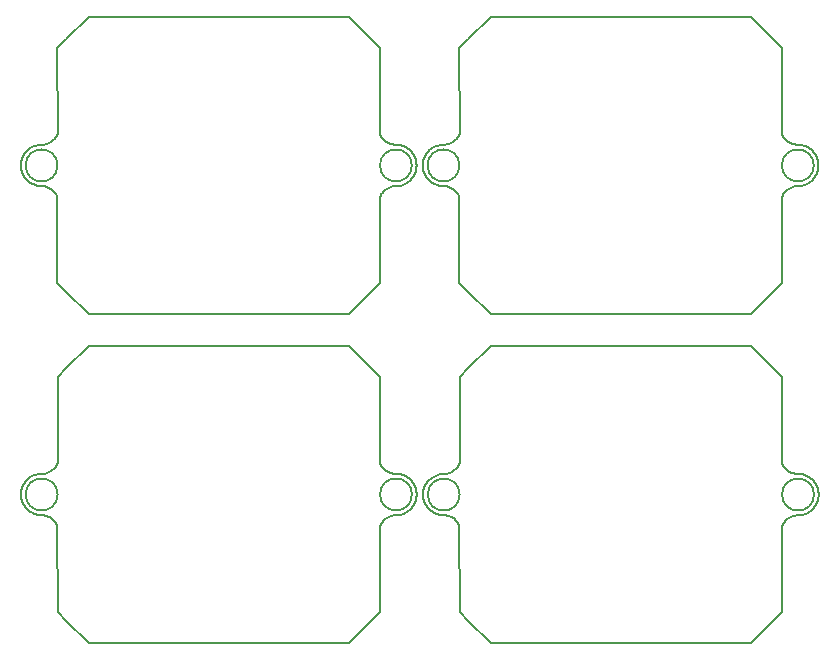
<source format=gbr>
%TF.GenerationSoftware,KiCad,Pcbnew,7.0.7*%
%TF.CreationDate,2023-10-06T19:00:49-06:00*%
%TF.ProjectId,Modular_Interfaces_No_GigE,4d6f6475-6c61-4725-9f49-6e7465726661,rev?*%
%TF.SameCoordinates,Original*%
%TF.FileFunction,Profile,NP*%
%FSLAX46Y46*%
G04 Gerber Fmt 4.6, Leading zero omitted, Abs format (unit mm)*
G04 Created by KiCad (PCBNEW 7.0.7) date 2023-10-06 19:00:49*
%MOMM*%
%LPD*%
G01*
G04 APERTURE LIST*
%TA.AperFunction,Profile*%
%ADD10C,0.150000*%
%TD*%
%TA.AperFunction,Profile*%
%ADD11C,0.200000*%
%TD*%
G04 APERTURE END LIST*
D10*
X125850266Y-103626188D02*
X125811271Y-103718256D01*
X129553553Y-105547348D02*
X129595379Y-105638159D01*
X159977097Y-103347755D02*
X159954380Y-103445127D01*
X157526612Y-101049281D02*
X157614551Y-101096851D01*
X128414333Y-73371132D02*
X128314700Y-73379455D01*
X159760042Y-103903970D02*
X159705913Y-103988037D01*
X157194819Y-72934575D02*
X157266535Y-73004237D01*
X159104355Y-73607571D02*
X159189967Y-73659222D01*
X125877446Y-75673241D02*
X125843773Y-75767387D01*
D11*
X95570000Y-102990000D02*
G75*
G03*
X95570000Y-102990000I-1350000J0D01*
G01*
D10*
X159892466Y-103635188D02*
X159853471Y-103727256D01*
X95547017Y-100380967D02*
X95502974Y-100470724D01*
X159908129Y-74591261D02*
X159936249Y-74687211D01*
X129545174Y-100479724D02*
X129495070Y-100566244D01*
X159497338Y-76352022D02*
X159425568Y-76421638D01*
X159791621Y-74315207D02*
X159835697Y-74404954D01*
X123083644Y-77427356D02*
X123024054Y-77507637D01*
X125952016Y-103240245D02*
X125934897Y-103338755D01*
X127675970Y-104647889D02*
X127771098Y-104678678D01*
X92621317Y-74404954D02*
X92582438Y-74497072D01*
X93917154Y-76855924D02*
X94016140Y-76870034D01*
X95584789Y-100288396D02*
X95547017Y-100380967D01*
X159987177Y-74982484D02*
X159992824Y-75082311D01*
X128979095Y-73181480D02*
X128891156Y-73229050D01*
X129420448Y-72781316D02*
X129358957Y-72860150D01*
X94384333Y-73371132D02*
X94284700Y-73379455D01*
X95140012Y-105072517D02*
X95214822Y-105138846D01*
X126858636Y-76201075D02*
X126921999Y-76278421D01*
X98213507Y-62531199D02*
X118413507Y-62531199D01*
X127947154Y-76855924D02*
X128046140Y-76870034D01*
X157128057Y-72860150D02*
X157194819Y-72934575D01*
X159368633Y-104354842D02*
X159289392Y-104415819D01*
X93105361Y-73776756D02*
X93029816Y-73842255D01*
X159015933Y-73560893D02*
X159104355Y-73607571D01*
D11*
X129593507Y-75131199D02*
G75*
G03*
X129593507Y-75131199I-1350000J0D01*
G01*
D10*
X93443067Y-76702480D02*
X93534063Y-76743916D01*
X95546686Y-77770358D02*
X95563507Y-85081199D01*
X124985933Y-73560893D02*
X125074355Y-73607571D01*
X126528171Y-74784612D02*
X126511176Y-74883143D01*
X159992761Y-75182298D02*
X159986988Y-75282117D01*
X94683021Y-101164333D02*
X94587204Y-101192884D01*
X123090137Y-105286157D02*
X123030547Y-105366438D01*
X126877329Y-104068876D02*
X126940692Y-104146222D01*
X123732126Y-104825963D02*
X123639299Y-104863098D01*
X157197316Y-105219172D02*
X157132337Y-105295157D01*
X126494253Y-75182298D02*
X126500026Y-75282117D01*
X122886821Y-105629159D02*
X122870000Y-112940000D01*
X126551327Y-75577326D02*
X126579568Y-75673241D01*
X128143561Y-73384055D02*
X128043942Y-73392615D01*
D11*
X125570000Y-102990000D02*
G75*
G03*
X125570000Y-102990000I-1350000J0D01*
G01*
D10*
X92487669Y-102741944D02*
X92476330Y-102841285D01*
X125963670Y-102841285D02*
X125969317Y-102941112D01*
X92505103Y-103338755D02*
X92527820Y-103436127D01*
X94955588Y-101040281D02*
X94867649Y-101087851D01*
X95054316Y-77152701D02*
X95133519Y-77213716D01*
X129182212Y-105081517D02*
X129257022Y-105147846D01*
X94509163Y-76912491D02*
X94606215Y-76936511D01*
X125080848Y-101466372D02*
X125166460Y-101518023D01*
X159648422Y-101930876D02*
X159707162Y-102011789D01*
X157442149Y-100995783D02*
X157526612Y-101049281D01*
X159272489Y-73715679D02*
X159351653Y-73776756D01*
X157681499Y-104872098D02*
X157591451Y-104915543D01*
X127315740Y-101527023D02*
X127233218Y-101583480D01*
X125760589Y-75949147D02*
X125711349Y-76036169D01*
X159647071Y-104068876D02*
X159583708Y-104146222D01*
X94016140Y-76870034D02*
X94115770Y-76878468D01*
X128062635Y-101260416D02*
X127963667Y-101274651D01*
X98220000Y-90390000D02*
X118420000Y-90390000D01*
X158848430Y-104647889D02*
X158753302Y-104678678D01*
X157018832Y-105459636D02*
X156970847Y-105547348D01*
X160005870Y-102850285D02*
X160011517Y-102950112D01*
X129570524Y-72522166D02*
X129526481Y-72611923D01*
X123225178Y-105138846D02*
X123155116Y-105210172D01*
X127233218Y-101583480D02*
X127154054Y-101644557D01*
X157572758Y-77047742D02*
X157485918Y-77097288D01*
X122892983Y-100380967D02*
X122937026Y-100470724D01*
X125402061Y-104280439D02*
X125326433Y-104345842D01*
X124512040Y-73406850D02*
X124610033Y-73426714D01*
X126511491Y-75381444D02*
X126528610Y-75479954D01*
X122922154Y-77679547D02*
X122880328Y-77770358D01*
X123656857Y-73270465D02*
X123750486Y-73305532D01*
X126598261Y-103541042D02*
X126631934Y-103635188D01*
X92470026Y-75282117D02*
X92481491Y-75381444D01*
X157146750Y-100727951D02*
X157213512Y-100802376D01*
X129626989Y-100297396D02*
X129612200Y-93049000D01*
X157705550Y-101138266D02*
X157799179Y-101173333D01*
X159121122Y-104523715D02*
X159032640Y-104570281D01*
X127673886Y-101350853D02*
X127580718Y-101387143D01*
X158343453Y-73384055D02*
X158443072Y-73392615D01*
X125883939Y-103532042D02*
X125850266Y-103626188D01*
D11*
X159612200Y-102999000D02*
G75*
G03*
X159612200Y-102999000I-1350000J0D01*
G01*
D10*
X128909849Y-101096851D02*
X128818850Y-101138266D01*
X129327084Y-105219172D02*
X129392063Y-105295157D01*
X95402960Y-77507637D02*
X95456875Y-77591835D01*
X95563507Y-85081199D02*
X96313507Y-85831199D01*
X94800701Y-104863098D02*
X94890749Y-104906543D01*
X125403691Y-101701056D02*
X125475373Y-101770763D01*
X159425568Y-76421638D02*
X159349940Y-76487041D01*
X126939243Y-101853449D02*
X126875978Y-101930876D01*
X129292195Y-72934575D02*
X129220479Y-73004237D01*
X159874576Y-74497072D02*
X159908129Y-74591261D01*
X92827285Y-74063075D02*
X92768545Y-74143988D01*
X123484412Y-101040281D02*
X123572351Y-101087851D01*
X123148623Y-77351371D02*
X123083644Y-77427356D01*
X156897411Y-100297396D02*
X156935183Y-100389967D01*
X94707874Y-104825963D02*
X94800701Y-104863098D01*
X123098057Y-72860150D02*
X123164819Y-72934575D01*
X95335450Y-100718951D02*
X95268688Y-100793376D01*
X93816981Y-73426714D02*
X93720282Y-73452143D01*
X94794208Y-77004297D02*
X94884256Y-77047742D01*
X125767082Y-103807948D02*
X125717842Y-103894970D01*
X125844576Y-74497072D02*
X125878129Y-74591261D01*
X123663350Y-101129266D02*
X123756979Y-101164333D01*
X92833778Y-101921876D02*
X92775038Y-102002789D01*
X125957177Y-74982484D02*
X125962824Y-75082311D01*
X125473831Y-104210823D02*
X125402061Y-104280439D01*
X125805697Y-74404954D02*
X125844576Y-74497072D01*
X125906249Y-74687211D02*
X125928843Y-74784612D01*
X127473067Y-76702480D02*
X127564063Y-76743916D01*
X94213507Y-73381199D02*
X94113561Y-73384055D01*
X123218685Y-77280045D02*
X123148623Y-77351371D01*
X124319946Y-101242856D02*
X124419565Y-101251416D01*
X125078922Y-104514715D02*
X124990440Y-104561281D01*
X124213507Y-73381199D02*
X124313453Y-73384055D01*
X159761185Y-102095924D02*
X159810314Y-102183008D01*
X92583241Y-75767387D02*
X92622236Y-75859455D01*
X128459379Y-104763017D02*
X128557856Y-104780292D01*
X93728898Y-104669678D02*
X93825628Y-104694985D01*
X154243507Y-87731199D02*
X132243507Y-87731199D01*
X124713225Y-101310944D02*
X124808314Y-101341853D01*
X94211337Y-76881198D02*
X94311253Y-76884769D01*
X94020435Y-101251416D02*
X93921467Y-101265651D01*
X128241337Y-76881198D02*
X128341253Y-76884769D01*
X93722405Y-76810877D02*
X93819135Y-76836184D01*
X127235008Y-104415819D02*
X127317601Y-104472172D01*
X94949095Y-73181480D02*
X94861156Y-73229050D01*
X93825628Y-104694985D02*
X93923647Y-104714725D01*
X125934897Y-103338755D02*
X125912180Y-103436127D01*
X126550765Y-74687211D02*
X126528171Y-74784612D01*
X159809282Y-103816948D02*
X159760042Y-103903970D01*
X123319361Y-100927609D02*
X123399949Y-100986783D01*
X124417367Y-104728835D02*
X124317737Y-104737269D01*
X129019789Y-104965089D02*
X129103009Y-105020502D01*
X122848718Y-72429595D02*
X122863507Y-65181199D01*
X158560733Y-101274651D02*
X158658726Y-101294515D01*
X129144146Y-73068808D02*
X129063558Y-73127982D01*
X94515656Y-104771292D02*
X94612708Y-104795312D01*
X157072747Y-105375438D02*
X157018832Y-105459636D01*
X127849135Y-76836184D02*
X127947154Y-76855924D01*
X126518530Y-102850285D02*
X126512883Y-102950112D01*
X130343507Y-85831199D02*
X132243507Y-87731199D01*
X122870000Y-93040000D02*
X122120000Y-92290000D01*
X129608296Y-72429595D02*
X129593507Y-65181199D01*
X157342188Y-105081517D02*
X157267378Y-105147846D01*
X124042681Y-73371132D02*
X124142314Y-73379455D01*
X125884622Y-102450062D02*
X125912742Y-102546012D01*
X158362146Y-101251856D02*
X158461765Y-101260416D01*
X95504860Y-77679547D02*
X95546686Y-77770358D01*
X159351653Y-73776756D02*
X159427198Y-73842255D01*
X126817238Y-102011789D02*
X126763215Y-102095924D01*
X92964627Y-101770763D02*
X92897043Y-101844449D01*
X128539163Y-76912491D02*
X128636215Y-76936511D01*
X123846303Y-73334083D02*
X123943855Y-73355984D01*
X124516353Y-104714725D02*
X124417367Y-104728835D01*
X157054054Y-77507637D02*
X157000139Y-77591835D01*
X126613241Y-75767387D02*
X126652236Y-75859455D01*
X126529869Y-102750944D02*
X126518530Y-102850285D01*
X123572351Y-101087851D02*
X123663350Y-101129266D01*
X158145761Y-76884769D02*
X158046328Y-76895216D01*
X158753302Y-104678678D02*
X158656572Y-104703985D01*
X125074355Y-73607571D02*
X125159967Y-73659222D01*
X127078509Y-101710056D02*
X127006827Y-101779763D01*
X123852796Y-101192884D02*
X123950348Y-101214785D01*
X156162200Y-113699000D02*
X154262200Y-115599000D01*
X95033558Y-73127982D02*
X94949095Y-73181480D01*
X92527820Y-103436127D02*
X92556061Y-103532042D01*
X92520765Y-74687211D02*
X92498171Y-74784612D01*
X92722158Y-103894970D02*
X92776287Y-103979037D01*
X125928843Y-74784612D02*
X125945838Y-74883143D01*
X94861156Y-73229050D02*
X94770157Y-73270465D01*
X125962824Y-75082311D02*
X125962761Y-75182298D01*
X124215677Y-76881198D02*
X124215677Y-76881198D01*
X129576686Y-77770358D02*
X129593507Y-85081199D01*
X123164819Y-72934575D02*
X123236535Y-73004237D01*
X95563507Y-65181199D02*
X96313507Y-64431199D01*
X94770157Y-73270465D02*
X94676528Y-73305532D01*
X130362200Y-92299000D02*
X132262200Y-90399000D01*
X93359152Y-101466372D02*
X93273540Y-101518023D01*
X127491760Y-104570281D02*
X127582756Y-104611717D01*
X126569458Y-102555012D02*
X126546864Y-102652413D01*
X95578296Y-72429595D02*
X95540524Y-72522166D01*
X126512946Y-103050099D02*
X126518719Y-103149918D01*
X159445891Y-101710056D02*
X159517573Y-101779763D01*
X126547303Y-103347755D02*
X126570020Y-103445127D01*
X93921467Y-101265651D02*
X93823474Y-101285515D01*
X92828636Y-76201075D02*
X92891999Y-76278421D01*
X125768114Y-102174008D02*
X125812190Y-102263755D01*
X94284700Y-73379455D02*
X94213507Y-73381199D01*
X94390826Y-101229933D02*
X94291193Y-101238256D01*
X127061446Y-76421638D02*
X127137074Y-76487041D01*
X154262200Y-115599000D02*
X132262200Y-115599000D01*
X92498610Y-75479954D02*
X92521327Y-75577326D01*
X120220000Y-90390000D02*
X118420000Y-90390000D01*
X126511176Y-74883143D02*
X126499837Y-74982484D01*
X93107074Y-76487041D02*
X93186315Y-76548018D01*
X128260030Y-104748999D02*
X128359946Y-104752570D01*
X124220000Y-101240000D02*
X124319946Y-101242856D01*
X126512883Y-102950112D02*
X126512946Y-103050099D01*
X92769794Y-76120236D02*
X92828636Y-76201075D01*
X123549251Y-104906543D02*
X123462411Y-104956089D01*
X122863507Y-65181199D02*
X122113507Y-64431199D01*
X127137074Y-76487041D02*
X127216315Y-76548018D01*
X92628729Y-103718256D02*
X92672918Y-103807948D01*
X124801821Y-73483052D02*
X124894989Y-73519342D01*
X159954380Y-103445127D02*
X159926139Y-103541042D01*
X158245677Y-76881198D02*
X158145761Y-76884769D01*
X157850799Y-76936511D02*
X157755633Y-76967162D01*
X92665393Y-74315207D02*
X92621317Y-74404954D01*
D11*
X95563507Y-75131199D02*
G75*
G03*
X95563507Y-75131199I-1350000J0D01*
G01*
D10*
X128046140Y-76870034D02*
X128145770Y-76878468D01*
X94971096Y-77097288D02*
X95054316Y-77152701D01*
X95208329Y-77280045D02*
X95278391Y-77351371D01*
X126857285Y-74063075D02*
X126798545Y-74143988D01*
X92890550Y-73985648D02*
X92827285Y-74063075D01*
X159349940Y-76487041D02*
X159270699Y-76548018D01*
X126670929Y-103727256D02*
X126715118Y-103816948D01*
X125248982Y-101574480D02*
X125328146Y-101635557D01*
X156979226Y-100479724D02*
X157029330Y-100566244D01*
X157799179Y-101173333D02*
X157894996Y-101201884D01*
X159189967Y-73659222D02*
X159272489Y-73715679D01*
X122970139Y-77591835D02*
X122922154Y-77679547D01*
X126799794Y-76120236D02*
X126858636Y-76201075D01*
X128043942Y-73392615D02*
X127944974Y-73406850D01*
X126499837Y-74982484D02*
X126494190Y-75082311D01*
X95190479Y-73004237D02*
X95114146Y-73068808D01*
X125657220Y-76120236D02*
X125598378Y-76201075D01*
X127655193Y-73483052D02*
X127562025Y-73519342D01*
X129495070Y-100566244D02*
X129439141Y-100649117D01*
X128636215Y-76936511D02*
X128731381Y-76967162D01*
X122120000Y-113690000D02*
X120220000Y-115590000D01*
X128824208Y-77004297D02*
X128914256Y-77047742D01*
X159853471Y-103727256D02*
X159809282Y-103816948D01*
X123632806Y-77004297D02*
X123542758Y-77047742D01*
X158924989Y-73519342D02*
X159015933Y-73560893D01*
X125541508Y-104137222D02*
X125473831Y-104210823D01*
X95396941Y-100640117D02*
X95335450Y-100718951D01*
X124222170Y-104739999D02*
X124122254Y-104743570D01*
X95262195Y-72934575D02*
X95190479Y-73004237D01*
X93036309Y-101701056D02*
X92964627Y-101770763D01*
X120213507Y-87731199D02*
X98213507Y-87731199D01*
X157894996Y-101201884D02*
X157992548Y-101223785D01*
X156143507Y-85831199D02*
X154243507Y-87731199D01*
X157662806Y-77004297D02*
X157572758Y-77047742D01*
X127401352Y-101475372D02*
X127315740Y-101527023D01*
X158091374Y-101238933D02*
X158191007Y-101247256D01*
X92476330Y-102841285D02*
X92470683Y-102941112D01*
X125718985Y-102086924D02*
X125768114Y-102174008D01*
X94884256Y-77047742D02*
X94971096Y-77097288D01*
X125658469Y-74143988D02*
X125712492Y-74228123D01*
X125598378Y-76201075D02*
X125535015Y-76278421D01*
X92588931Y-102355873D02*
X92555378Y-102450062D01*
X158359937Y-104746269D02*
X158264370Y-104748999D01*
X157780486Y-73305532D02*
X157876303Y-73334083D01*
X123725633Y-76967162D02*
X123632806Y-77004297D01*
X128891156Y-73229050D02*
X128800157Y-73270465D01*
X94113561Y-73384055D02*
X94013942Y-73392615D01*
X129103009Y-105020502D02*
X129182212Y-105081517D01*
X95570000Y-112940000D02*
X96320000Y-113690000D01*
X127944974Y-73406850D02*
X127846981Y-73426714D01*
X157774326Y-104834963D02*
X157681499Y-104872098D01*
X92666425Y-75949147D02*
X92715665Y-76036169D01*
X129589217Y-100389967D02*
X129545174Y-100479724D01*
X122987130Y-100557244D02*
X123043059Y-100640117D01*
X129476377Y-72698443D02*
X129420448Y-72781316D01*
X94013942Y-73392615D02*
X93914974Y-73406850D01*
X122976632Y-105450636D02*
X122928647Y-105538348D01*
X129082251Y-100995783D02*
X128997788Y-101049281D01*
X122863507Y-85081199D02*
X122113507Y-85831199D01*
X159289392Y-104415819D02*
X159206799Y-104472172D01*
X123030547Y-105366438D02*
X122976632Y-105450636D01*
X157267378Y-105147846D02*
X157197316Y-105219172D01*
X124049174Y-101229933D02*
X124148807Y-101238256D01*
X128750074Y-104834963D02*
X128842901Y-104872098D01*
X127298908Y-76604371D02*
X127384585Y-76655914D01*
X129257022Y-105147846D02*
X129327084Y-105219172D01*
X94612708Y-104795312D02*
X94707874Y-104825963D01*
X126530184Y-103249245D02*
X126547303Y-103347755D01*
X159835697Y-74404954D02*
X159874576Y-74497072D01*
X125395568Y-76421638D02*
X125319940Y-76487041D01*
X158191007Y-101247256D02*
X158262200Y-101249000D01*
X92521327Y-75577326D02*
X92549568Y-75673241D01*
X159688469Y-74143988D02*
X159742492Y-74228123D01*
X127489774Y-101428694D02*
X127401352Y-101475372D01*
X92464190Y-75082311D02*
X92464253Y-75182298D01*
X92672918Y-103807948D02*
X92722158Y-103894970D01*
X124616526Y-101285515D02*
X124713225Y-101310944D01*
X127846981Y-73426714D02*
X127750282Y-73452143D01*
X123379191Y-105011502D02*
X123299988Y-105072517D01*
X123820799Y-76936511D02*
X123725633Y-76967162D01*
X126570020Y-103445127D02*
X126598261Y-103541042D01*
X95114146Y-73068808D02*
X95033558Y-73127982D01*
X159926139Y-103541042D02*
X159892466Y-103635188D01*
X125242489Y-73715679D02*
X125321653Y-73776756D01*
X94867649Y-101087851D02*
X94776650Y-101129266D01*
X125599729Y-74063075D02*
X125658469Y-74143988D01*
X123542758Y-77047742D02*
X123455918Y-77097288D01*
X122848718Y-72429595D02*
X122886490Y-72522166D01*
X158459567Y-104737835D02*
X158359937Y-104746269D01*
X157132337Y-105295157D02*
X157072747Y-105375438D01*
X129392063Y-105295157D02*
X129451653Y-105375438D01*
X125536464Y-73985648D02*
X125599729Y-74063075D01*
X125717842Y-103894970D02*
X125663713Y-103979037D01*
X95446377Y-72698443D02*
X95390448Y-72781316D01*
X92469837Y-74982484D02*
X92464190Y-75082311D01*
X125475373Y-101770763D02*
X125542957Y-101844449D01*
X124115761Y-76884769D02*
X124016328Y-76895216D01*
X127155767Y-104354842D02*
X127235008Y-104415819D01*
X129239172Y-100872038D02*
X129162839Y-100936609D01*
X159994531Y-102750944D02*
X160005870Y-102850285D01*
X154243507Y-62531199D02*
X152443507Y-62531199D01*
X156878718Y-72429595D02*
X156893507Y-65181199D01*
X94311253Y-76884769D02*
X94410686Y-76895216D01*
X123036566Y-72781316D02*
X123098057Y-72860150D01*
X159270699Y-76548018D02*
X159188106Y-76604371D01*
X159206799Y-104472172D02*
X159121122Y-104523715D01*
X93532025Y-73519342D02*
X93441081Y-73560893D01*
X158922951Y-76743916D02*
X158829737Y-76780088D01*
X125712492Y-74228123D02*
X125761621Y-74315207D01*
X158637879Y-76836184D02*
X158539860Y-76855924D01*
X159907446Y-75673241D02*
X159873773Y-75767387D01*
X126518719Y-103149918D02*
X126530184Y-103249245D01*
X95214822Y-105138846D02*
X95284884Y-105210172D01*
X159370346Y-101644557D02*
X159445891Y-101710056D01*
X95284884Y-105210172D02*
X95349863Y-105286157D01*
X94483159Y-73355984D02*
X94384333Y-73371132D01*
X157213512Y-100802376D02*
X157285228Y-100872038D01*
X124808314Y-101341853D02*
X124901482Y-101378143D01*
X157402698Y-77152701D02*
X157323495Y-77213716D01*
X126744522Y-74228123D02*
X126695393Y-74315207D01*
X123043059Y-100640117D02*
X123104550Y-100718951D01*
X129593507Y-85081199D02*
X130343507Y-85831199D01*
X92627810Y-102263755D02*
X92588931Y-102355873D01*
X124799737Y-76780088D02*
X124704609Y-76810877D01*
X122930533Y-72611923D02*
X122980637Y-72698443D01*
X127752405Y-76810877D02*
X127849135Y-76836184D01*
X157085259Y-100649117D02*
X157146750Y-100727951D01*
X156916490Y-72522166D02*
X156960533Y-72611923D01*
X158443072Y-73392615D02*
X158542040Y-73406850D01*
X92549568Y-75673241D02*
X92583241Y-75767387D01*
X95349863Y-105286157D02*
X95409453Y-105366438D01*
X125843773Y-75767387D02*
X125804778Y-75859455D01*
X128513159Y-73355984D02*
X128414333Y-73371132D01*
X125912180Y-103436127D02*
X125883939Y-103532042D01*
X157266535Y-73004237D02*
X157342868Y-73068808D01*
X128243507Y-73381199D02*
X128143561Y-73384055D01*
X123477919Y-73181480D02*
X123565858Y-73229050D01*
X125956988Y-75282117D02*
X125945523Y-75381444D01*
X124317737Y-104737269D02*
X124222170Y-104739999D01*
X126652236Y-75859455D02*
X126696425Y-75949147D01*
X126494190Y-75082311D02*
X126494253Y-75182298D01*
X124142314Y-73379455D02*
X124213507Y-73381199D01*
X129308391Y-77351371D02*
X129373370Y-77427356D01*
X129612200Y-112949000D02*
X130362200Y-113699000D01*
X124419565Y-101251416D02*
X124518533Y-101265651D01*
X124413072Y-73392615D02*
X124512040Y-73406850D01*
X120220000Y-115590000D02*
X98220000Y-115590000D01*
X125804778Y-75859455D02*
X125760589Y-75949147D01*
X129626989Y-100297396D02*
X129589217Y-100389967D01*
X94220000Y-101240000D02*
X94120054Y-101242856D01*
X160005681Y-103149918D02*
X159994216Y-103249245D01*
X126546864Y-102652413D02*
X126529869Y-102750944D01*
X92555378Y-102450062D02*
X92527258Y-102546012D01*
X124122254Y-104743570D02*
X124022821Y-104754017D01*
D11*
X129612200Y-102999000D02*
G75*
G03*
X129612200Y-102999000I-1350000J0D01*
G01*
D10*
X128932949Y-104915543D02*
X129019789Y-104965089D01*
X125945523Y-75381444D02*
X125928404Y-75479954D01*
X159977536Y-102652413D02*
X159994531Y-102750944D01*
X93184525Y-73715679D02*
X93105361Y-73776756D01*
X125158106Y-76604371D02*
X125072429Y-76655914D01*
X124899444Y-104602717D02*
X124806230Y-104638889D01*
X93625193Y-73483052D02*
X93532025Y-73519342D01*
X123243028Y-100863038D02*
X123319361Y-100927609D01*
X156960533Y-72611923D02*
X157010637Y-72698443D01*
X158558553Y-104723725D02*
X158459567Y-104737835D01*
X125397198Y-73842255D02*
X125468880Y-73911962D01*
X125326433Y-104345842D02*
X125247192Y-104406819D01*
X126696425Y-75949147D02*
X126745665Y-76036169D01*
X157178623Y-77351371D02*
X157113644Y-77427356D01*
X157010637Y-72698443D02*
X157066566Y-72781316D01*
X159123048Y-101475372D02*
X159208660Y-101527023D01*
X157323495Y-77213716D02*
X157248685Y-77280045D01*
X158755425Y-101319944D02*
X158850514Y-101350853D01*
X123312868Y-73068808D02*
X123393456Y-73127982D01*
X159742492Y-74228123D02*
X159791621Y-74315207D01*
X160011517Y-102950112D02*
X160011454Y-103050099D01*
X126695393Y-74315207D02*
X126651317Y-74404954D01*
X93631686Y-101341853D02*
X93538518Y-101378143D01*
X123756979Y-101164333D02*
X123852796Y-101192884D01*
X157421391Y-105020502D02*
X157342188Y-105081517D01*
X92498171Y-74784612D02*
X92481176Y-74883143D01*
X126670010Y-102272755D02*
X126631131Y-102364873D01*
X95456875Y-77591835D02*
X95504860Y-77679547D01*
X122855211Y-100288396D02*
X122870000Y-93040000D01*
X159516031Y-104219823D02*
X159444261Y-104289439D01*
X120213507Y-62531199D02*
X118413507Y-62531199D01*
X123393456Y-73127982D02*
X123477919Y-73181480D01*
X158734609Y-76810877D02*
X158637879Y-76836184D01*
X93273540Y-101518023D02*
X93191018Y-101574480D01*
X128145770Y-76878468D02*
X128241337Y-76881198D01*
X157361561Y-100936609D02*
X157442149Y-100995783D01*
X93352659Y-73607571D02*
X93267047Y-73659222D01*
X125761621Y-74315207D02*
X125805697Y-74404954D01*
X159741349Y-76036169D02*
X159687220Y-76120236D01*
X154262200Y-90399000D02*
X152462200Y-90399000D01*
X159854390Y-102272755D02*
X159893269Y-102364873D01*
X93354585Y-76655914D02*
X93443067Y-76702480D01*
X158341244Y-76878468D02*
X158245677Y-76881198D01*
X128341253Y-76884769D02*
X128440686Y-76895216D01*
X93275401Y-104463172D02*
X93361078Y-104514715D01*
X127865674Y-101294515D02*
X127768975Y-101319944D01*
X124313453Y-73384055D02*
X124413072Y-73392615D01*
X158941644Y-104611717D02*
X158848430Y-104647889D01*
X159291182Y-101583480D02*
X159370346Y-101644557D01*
X94580711Y-73334083D02*
X94483159Y-73355984D01*
X92897043Y-101844449D02*
X92833778Y-101921876D01*
X124711102Y-104669678D02*
X124614372Y-104694985D01*
X156897411Y-100297396D02*
X156912200Y-93049000D01*
X94776650Y-101129266D02*
X94683021Y-101164333D01*
X95463368Y-105450636D02*
X95511353Y-105538348D01*
X94606215Y-76936511D02*
X94701381Y-76967162D01*
X126500026Y-75282117D02*
X126511491Y-75381444D01*
X123750486Y-73305532D02*
X123846303Y-73334083D01*
X128610711Y-73334083D02*
X128513159Y-73355984D01*
X157248685Y-77280045D02*
X157178623Y-77351371D01*
X93819135Y-76836184D02*
X93917154Y-76855924D01*
X125878129Y-74591261D02*
X125906249Y-74687211D01*
X94122263Y-104737269D02*
X94217830Y-104739999D01*
X159102429Y-76655914D02*
X159013947Y-76702480D01*
X125963481Y-103140918D02*
X125952016Y-103240245D01*
X122928647Y-105538348D02*
X122886821Y-105629159D01*
X95133519Y-77213716D02*
X95208329Y-77280045D01*
X128842901Y-104872098D02*
X128932949Y-104915543D01*
X127580718Y-101387143D02*
X127489774Y-101428694D01*
X123171312Y-100793376D02*
X123243028Y-100863038D01*
X132262200Y-90399000D02*
X152462200Y-90399000D01*
X127963667Y-101274651D02*
X127865674Y-101294515D01*
X93538518Y-101378143D02*
X93447574Y-101419694D01*
X156912200Y-112949000D02*
X156162200Y-113699000D01*
X93447574Y-101419694D02*
X93359152Y-101466372D01*
X122120000Y-92290000D02*
X120220000Y-90390000D01*
X159444261Y-104289439D02*
X159368633Y-104354842D01*
X156952154Y-77679547D02*
X156910328Y-77770358D01*
X126715118Y-103816948D02*
X126764358Y-103903970D01*
X125247192Y-104406819D02*
X125164599Y-104463172D01*
X158640033Y-73426714D02*
X158736732Y-73452143D01*
X128531852Y-101223785D02*
X128433026Y-101238933D01*
X128314700Y-73379455D02*
X128243507Y-73381199D01*
X157966544Y-104780292D02*
X157869492Y-104804312D01*
X95390448Y-72781316D02*
X95328957Y-72860150D01*
X92470683Y-102941112D02*
X92470746Y-103041099D01*
X127006827Y-101779763D02*
X126939243Y-101853449D01*
X92464253Y-75182298D02*
X92470026Y-75282117D01*
X94317746Y-104743570D02*
X94417179Y-104754017D01*
X156970847Y-105547348D02*
X156929021Y-105638159D01*
X158829737Y-76780088D02*
X158734609Y-76810877D01*
X124992426Y-101419694D02*
X125080848Y-101466372D01*
X95578296Y-72429595D02*
X95563507Y-65181199D01*
X127216315Y-76548018D02*
X127298908Y-76604371D01*
X127154054Y-101644557D02*
X127078509Y-101710056D01*
X96320000Y-92290000D02*
X98220000Y-90390000D01*
X124610033Y-73426714D02*
X124706732Y-73452143D01*
X156893507Y-85081199D02*
X156143507Y-85831199D01*
X128654908Y-104804312D02*
X128750074Y-104834963D01*
X159498880Y-73911962D02*
X159566464Y-73985648D01*
X124607879Y-76836184D02*
X124509860Y-76855924D01*
X129505568Y-105459636D02*
X129553553Y-105547348D01*
X94890749Y-104906543D02*
X94977589Y-104956089D01*
X127297047Y-73659222D02*
X127214525Y-73715679D01*
X123917851Y-76912491D02*
X123820799Y-76936511D01*
X156143507Y-64431199D02*
X154243507Y-62531199D01*
X128433026Y-101238933D02*
X128333393Y-101247256D01*
X127317601Y-104472172D02*
X127403278Y-104523715D01*
X127867828Y-104703985D02*
X127965847Y-104723725D01*
X157992548Y-101223785D02*
X158091374Y-101238933D01*
X127403278Y-104523715D02*
X127491760Y-104570281D01*
X123293495Y-77213716D02*
X123218685Y-77280045D01*
X92768545Y-74143988D02*
X92714522Y-74228123D01*
X122870000Y-112940000D02*
X122120000Y-113690000D01*
X158658726Y-101294515D02*
X158755425Y-101319944D01*
X128164463Y-104746269D02*
X128260030Y-104748999D01*
X94701381Y-76967162D02*
X94794208Y-77004297D01*
X123104550Y-100718951D02*
X123171312Y-100793376D01*
X158539860Y-76855924D02*
X158440874Y-76870034D01*
X93111854Y-101635557D02*
X93036309Y-101701056D01*
X94410686Y-76895216D02*
X94509163Y-76912491D01*
X156929021Y-105638159D02*
X156912200Y-112949000D01*
X95328957Y-72860150D02*
X95262195Y-72934575D01*
X157423456Y-73127982D02*
X157507919Y-73181480D01*
X125535015Y-76278421D02*
X125467338Y-76352022D01*
X158736732Y-73452143D02*
X158831821Y-73483052D01*
X128064833Y-104737835D02*
X128164463Y-104746269D01*
X94291193Y-101238256D02*
X94220000Y-101240000D01*
X92958134Y-73911962D02*
X92890550Y-73985648D01*
X157113644Y-77427356D02*
X157054054Y-77507637D01*
X125159967Y-73659222D02*
X125242489Y-73715679D01*
X158264370Y-104748999D02*
X158264370Y-104748999D01*
X130362200Y-113699000D02*
X132262200Y-115599000D01*
X156893507Y-65181199D02*
X156143507Y-64431199D01*
X159893269Y-102364873D02*
X159926822Y-102459062D01*
X125604871Y-104059876D02*
X125541508Y-104137222D01*
X129373370Y-77427356D02*
X129432960Y-77507637D01*
X127384585Y-76655914D02*
X127473067Y-76702480D01*
X125166460Y-101518023D02*
X125248982Y-101574480D01*
X92898492Y-104137222D02*
X92966169Y-104210823D01*
X126988134Y-73911962D02*
X126920550Y-73985648D01*
X93186315Y-76548018D02*
X93268908Y-76604371D01*
X126989676Y-76352022D02*
X127061446Y-76421638D01*
X93113567Y-104345842D02*
X93192808Y-104406819D01*
X123943855Y-73355984D02*
X124042681Y-73371132D01*
X125812190Y-102263755D02*
X125851069Y-102355873D01*
X122855211Y-100288396D02*
X122892983Y-100380967D01*
X157947851Y-76912491D02*
X157850799Y-76936511D01*
X128818850Y-101138266D02*
X128725221Y-101173333D01*
X92891999Y-76278421D02*
X92959676Y-76352022D01*
X127657277Y-76780088D02*
X127752405Y-76810877D01*
X128725221Y-101173333D02*
X128629404Y-101201884D01*
D11*
X159593507Y-75131199D02*
G75*
G03*
X159593507Y-75131199I-1350000J0D01*
G01*
D10*
X125606222Y-101921876D02*
X125664962Y-102002789D01*
X159034626Y-101428694D02*
X159123048Y-101475372D01*
X129439141Y-100649117D02*
X129377650Y-100727951D01*
X122937026Y-100470724D02*
X122987130Y-100557244D01*
X157485918Y-77097288D02*
X157402698Y-77152701D01*
X158172314Y-73379455D02*
X158243507Y-73381199D01*
X157869492Y-104804312D02*
X157774326Y-104834963D01*
X125072429Y-76655914D02*
X124983947Y-76702480D01*
X129595379Y-105638159D02*
X129612200Y-112949000D01*
X127771098Y-104678678D02*
X127867828Y-104703985D01*
X123827292Y-104795312D02*
X123732126Y-104825963D01*
X92504664Y-102643413D02*
X92487669Y-102741944D01*
X122980637Y-72698443D02*
X123036566Y-72781316D01*
X125468880Y-73911962D02*
X125536464Y-73985648D01*
X92589734Y-103626188D02*
X92628729Y-103718256D01*
X93037939Y-104280439D02*
X93113567Y-104345842D01*
X129451653Y-105375438D02*
X129505568Y-105459636D01*
X92835129Y-104059876D02*
X92898492Y-104137222D01*
X128557856Y-104780292D02*
X128654908Y-104804312D01*
X159585157Y-101853449D02*
X159648422Y-101930876D01*
X128440686Y-76895216D02*
X128539163Y-76912491D01*
X126764358Y-103903970D02*
X126818487Y-103988037D01*
X159687220Y-76120236D02*
X159628378Y-76201075D01*
X159629729Y-74063075D02*
X159688469Y-74143988D01*
X129084316Y-77152701D02*
X129163519Y-77213716D01*
X159975838Y-74883143D02*
X159987177Y-74982484D01*
X125542957Y-101844449D02*
X125606222Y-101921876D01*
X158245677Y-76881198D02*
X158245677Y-76881198D01*
X159958843Y-74784612D02*
X159975838Y-74883143D01*
X92487984Y-103240245D02*
X92505103Y-103338755D01*
X159873773Y-75767387D02*
X159834778Y-75859455D01*
X92481491Y-75381444D02*
X92498610Y-75479954D01*
X158262200Y-101249000D02*
X158362146Y-101251856D01*
X124704609Y-76810877D02*
X124607879Y-76836184D01*
X127471081Y-73560893D02*
X127382659Y-73607571D01*
X93191018Y-101574480D02*
X93111854Y-101635557D01*
X157504611Y-104965089D02*
X157421391Y-105020502D01*
X93267047Y-73659222D02*
X93184525Y-73715679D01*
X159188106Y-76604371D02*
X159102429Y-76655914D01*
X159935687Y-75577326D02*
X159907446Y-75673241D01*
X124222170Y-104739999D02*
X124222170Y-104739999D01*
X95496481Y-72611923D02*
X95446377Y-72698443D01*
X157755633Y-76967162D02*
X157662806Y-77004297D01*
X128162254Y-101251856D02*
X128062635Y-101260416D01*
X129593507Y-65181199D02*
X130343507Y-64431199D01*
X92476519Y-103140918D02*
X92487984Y-103240245D01*
X129238329Y-77280045D02*
X129308391Y-77351371D01*
X158440874Y-76870034D02*
X158341244Y-76878468D01*
X159834778Y-75859455D02*
X159790589Y-75949147D01*
X157595858Y-73229050D02*
X157686857Y-73270465D01*
X126597578Y-102459062D02*
X126569458Y-102555012D01*
X158850514Y-101350853D02*
X158943682Y-101387143D01*
X93449560Y-104561281D02*
X93540556Y-104602717D01*
X94217830Y-104739999D02*
X94317746Y-104743570D01*
X159926822Y-102459062D02*
X159954942Y-102555012D01*
X159992824Y-75082311D02*
X159992761Y-75182298D01*
X128914256Y-77047742D02*
X129001096Y-77097288D01*
X159954942Y-102555012D02*
X159977536Y-102652413D01*
X93534063Y-76743916D02*
X93627277Y-76780088D01*
X156162200Y-92299000D02*
X154262200Y-90399000D01*
X122113507Y-85831199D02*
X120213507Y-87731199D01*
X158046328Y-76895216D02*
X157947851Y-76912491D01*
X157029330Y-100566244D02*
X157085259Y-100649117D01*
X158461765Y-101260416D02*
X158560733Y-101274651D01*
X93031446Y-76421638D02*
X93107074Y-76487041D01*
X126920550Y-73985648D02*
X126857285Y-74063075D01*
X123950348Y-101214785D02*
X124049174Y-101229933D01*
X95540524Y-72522166D02*
X95496481Y-72611923D01*
X159975523Y-75381444D02*
X159958404Y-75479954D01*
X123399949Y-100986783D02*
X123484412Y-101040281D01*
X123372698Y-77152701D02*
X123293495Y-77213716D01*
X92548885Y-74591261D02*
X92520765Y-74687211D01*
X124148807Y-101238256D02*
X124220000Y-101240000D01*
X129377650Y-100727951D02*
X129310888Y-100802376D01*
X156878718Y-72429595D02*
X156916490Y-72522166D01*
X93192808Y-104406819D02*
X93275401Y-104463172D01*
X125467338Y-76352022D02*
X125395568Y-76421638D01*
X125851069Y-102355873D02*
X125884622Y-102450062D01*
X122113507Y-64431199D02*
X120213507Y-62531199D01*
X158164454Y-104752570D02*
X158065021Y-104763017D01*
X92714522Y-74228123D02*
X92665393Y-74315207D01*
X92481176Y-74883143D02*
X92469837Y-74982484D01*
X126921999Y-76278421D02*
X126989676Y-76352022D01*
X159013947Y-76702480D02*
X158922951Y-76743916D01*
X94022633Y-104728835D02*
X94122263Y-104737269D01*
X95409453Y-105366438D02*
X95463368Y-105450636D01*
X125664962Y-102002789D02*
X125718985Y-102086924D01*
X93540556Y-104602717D02*
X93633770Y-104638889D01*
X159986988Y-75282117D02*
X159975523Y-75381444D01*
X95120639Y-100927609D02*
X95040051Y-100986783D01*
X125240699Y-76548018D02*
X125158106Y-76604371D01*
X124894989Y-73519342D02*
X124985933Y-73560893D01*
X129220479Y-73004237D02*
X129144146Y-73068808D01*
X92470746Y-103041099D02*
X92476519Y-103140918D01*
D11*
X125563507Y-75131199D02*
G75*
G03*
X125563507Y-75131199I-1350000J0D01*
G01*
D10*
X125969254Y-103041099D02*
X125963481Y-103140918D01*
X129526481Y-72611923D02*
X129476377Y-72698443D01*
X127564063Y-76743916D02*
X127657277Y-76780088D01*
X95060809Y-105011502D02*
X95140012Y-105072517D01*
X127750282Y-73452143D02*
X127655193Y-73483052D01*
X129063558Y-73127982D02*
X128979095Y-73181480D01*
X128731381Y-76967162D02*
X128824208Y-77004297D01*
X158243507Y-73381199D02*
X158343453Y-73384055D01*
X123455918Y-77097288D02*
X123372698Y-77152701D01*
X94676528Y-73305532D02*
X94580711Y-73334083D01*
X95452870Y-100557244D02*
X95396941Y-100640117D01*
X122886490Y-72522166D02*
X122930533Y-72611923D01*
X95553179Y-105629159D02*
X95570000Y-112940000D01*
X157285228Y-100872038D02*
X157361561Y-100936609D01*
X129432960Y-77507637D02*
X129486875Y-77591835D01*
X159936249Y-74687211D02*
X159958843Y-74784612D01*
X158065021Y-104763017D02*
X157966544Y-104780292D01*
X129310888Y-100802376D02*
X129239172Y-100872038D01*
X124215677Y-76881198D02*
X124115761Y-76884769D01*
X158943682Y-101387143D02*
X159034626Y-101428694D01*
X124983947Y-76702480D02*
X124892951Y-76743916D01*
X94120054Y-101242856D02*
X94020435Y-101251416D01*
X156935183Y-100389967D02*
X156979226Y-100479724D01*
X125935336Y-102643413D02*
X125952331Y-102741944D01*
X129534860Y-77679547D02*
X129576686Y-77770358D01*
X92556061Y-103532042D02*
X92589734Y-103626188D01*
X128997788Y-101049281D02*
X128909849Y-101096851D01*
X129358957Y-72860150D02*
X129292195Y-72934575D01*
X158831821Y-73483052D02*
X158924989Y-73519342D01*
X125319940Y-76487041D02*
X125240699Y-76548018D01*
X157507919Y-73181480D02*
X157595858Y-73229050D01*
X124806230Y-104638889D02*
X124711102Y-104669678D01*
X127008369Y-104219823D02*
X127080139Y-104289439D01*
X124022821Y-104754017D02*
X123924344Y-104771292D01*
X125945838Y-74883143D02*
X125957177Y-74982484D01*
X92527258Y-102546012D02*
X92504664Y-102643413D01*
X128262200Y-101249000D02*
X128162254Y-101251856D01*
X127059816Y-73842255D02*
X126988134Y-73911962D01*
X159958404Y-75479954D02*
X159935687Y-75577326D01*
X128333393Y-101247256D02*
X128262200Y-101249000D01*
X129162839Y-100936609D02*
X129082251Y-100995783D01*
X124518533Y-101265651D02*
X124616526Y-101285515D01*
X125905687Y-75577326D02*
X125877446Y-75673241D01*
X125321653Y-73776756D02*
X125397198Y-73842255D01*
X160011454Y-103050099D02*
X160005681Y-103149918D01*
X129608296Y-72429595D02*
X129570524Y-72522166D01*
X122880328Y-77770358D02*
X122863507Y-85081199D01*
X125928404Y-75479954D02*
X125905687Y-75577326D01*
X157686857Y-73270465D02*
X157780486Y-73305532D01*
X93633770Y-104638889D02*
X93728898Y-104669678D01*
X158264370Y-104748999D02*
X158164454Y-104752570D01*
X129486875Y-77591835D02*
X129534860Y-77679547D01*
X159517573Y-101779763D02*
X159585157Y-101853449D01*
X125952331Y-102741944D02*
X125963670Y-102841285D01*
X92775038Y-102002789D02*
X92721015Y-102086924D01*
X92966169Y-104210823D02*
X93037939Y-104280439D01*
X93720282Y-73452143D02*
X93625193Y-73483052D01*
X125912742Y-102546012D02*
X125935336Y-102643413D01*
X159705913Y-103988037D02*
X159647071Y-104068876D01*
X157973855Y-73355984D02*
X158072681Y-73371132D01*
X124901482Y-101378143D02*
X124992426Y-101419694D01*
X128629404Y-101201884D02*
X128531852Y-101223785D01*
X127965847Y-104723725D02*
X128064833Y-104737835D01*
X123024054Y-77507637D02*
X122970139Y-77591835D01*
X125811271Y-103718256D02*
X125767082Y-103807948D01*
X123565858Y-73229050D02*
X123656857Y-73270465D01*
X123155116Y-105210172D02*
X123090137Y-105286157D01*
X92582438Y-74497072D02*
X92548885Y-74591261D01*
X95584789Y-100288396D02*
X95570000Y-93040000D01*
X92721015Y-102086924D02*
X92671886Y-102174008D01*
X94587204Y-101192884D02*
X94489652Y-101214785D01*
X125969317Y-102941112D02*
X125969254Y-103041099D01*
X123299988Y-105072517D02*
X123225178Y-105138846D01*
X125328146Y-101635557D02*
X125403691Y-101701056D01*
X93268908Y-76604371D02*
X93354585Y-76655914D01*
X124509860Y-76855924D02*
X124410874Y-76870034D01*
X94977589Y-104956089D02*
X95060809Y-105011502D01*
X124706732Y-73452143D02*
X124801821Y-73483052D01*
X95511353Y-105538348D02*
X95553179Y-105629159D01*
X158542040Y-73406850D02*
X158640033Y-73426714D01*
X127080139Y-104289439D02*
X127155767Y-104354842D01*
X95570000Y-93040000D02*
X96320000Y-92290000D01*
X129163519Y-77213716D02*
X129238329Y-77280045D01*
X123924344Y-104771292D02*
X123827292Y-104795312D01*
X129612200Y-93049000D02*
X130362200Y-92299000D01*
X92671886Y-102174008D02*
X92627810Y-102263755D01*
X156912200Y-93049000D02*
X156162200Y-92299000D01*
X123462411Y-104956089D02*
X123379191Y-105011502D01*
X126745665Y-76036169D02*
X126799794Y-76120236D01*
X93361078Y-104514715D02*
X93449560Y-104561281D01*
X93726775Y-101310944D02*
X93631686Y-101341853D01*
X95196972Y-100863038D02*
X95120639Y-100927609D01*
X126818487Y-103988037D02*
X126877329Y-104068876D01*
X159427198Y-73842255D02*
X159498880Y-73911962D01*
X95040051Y-100986783D02*
X94955588Y-101040281D01*
X96313507Y-64431199D02*
X98213507Y-62531199D01*
X92776287Y-103979037D02*
X92835129Y-104059876D01*
X158656572Y-104703985D02*
X158558553Y-104723725D01*
X157876303Y-73334083D02*
X157973855Y-73355984D01*
X126612438Y-74497072D02*
X126578885Y-74591261D01*
X93441081Y-73560893D02*
X93352659Y-73607571D01*
X159790589Y-75949147D02*
X159741349Y-76036169D01*
X95343370Y-77427356D02*
X95402960Y-77507637D01*
X159810314Y-102183008D02*
X159854390Y-102272755D01*
X93923647Y-104714725D02*
X94022633Y-104728835D01*
X127214525Y-73715679D02*
X127135361Y-73776756D01*
X126763215Y-102095924D02*
X126714086Y-102183008D01*
X126798545Y-74143988D02*
X126744522Y-74228123D01*
X94489652Y-101214785D02*
X94390826Y-101229933D01*
X157614551Y-101096851D02*
X157705550Y-101138266D01*
X95268688Y-100793376D02*
X95196972Y-100863038D01*
X126579568Y-75673241D02*
X126613241Y-75767387D01*
X128706528Y-73305532D02*
X128610711Y-73334083D01*
X96320000Y-113690000D02*
X98220000Y-115590000D01*
X124892951Y-76743916D02*
X124799737Y-76780088D01*
X127768975Y-101319944D02*
X127673886Y-101350853D01*
X92715665Y-76036169D02*
X92769794Y-76120236D01*
X157000139Y-77591835D02*
X156952154Y-77679547D01*
X95278391Y-77351371D02*
X95343370Y-77427356D01*
X157066566Y-72781316D02*
X157128057Y-72860150D01*
X93029816Y-73842255D02*
X92958134Y-73911962D01*
X130343507Y-64431199D02*
X132243507Y-62531199D01*
X129001096Y-77097288D02*
X129084316Y-77152701D01*
X159628378Y-76201075D02*
X159565015Y-76278421D01*
X126578885Y-74591261D02*
X126550765Y-74687211D01*
X132243507Y-62531199D02*
X152443507Y-62531199D01*
X159565015Y-76278421D02*
X159497338Y-76352022D01*
X123639299Y-104863098D02*
X123549251Y-104906543D01*
X93823474Y-101285515D02*
X93726775Y-101310944D01*
X94417179Y-104754017D02*
X94515656Y-104771292D01*
X95502974Y-100470724D02*
X95452870Y-100557244D01*
X126875978Y-101930876D02*
X126817238Y-102011789D01*
X126528610Y-75479954D02*
X126551327Y-75577326D01*
X159566464Y-73985648D02*
X159629729Y-74063075D01*
X127562025Y-73519342D02*
X127471081Y-73560893D01*
X157591451Y-104915543D02*
X157504611Y-104965089D01*
X94115770Y-76878468D02*
X94211337Y-76881198D01*
X92622236Y-75859455D02*
X92666425Y-75949147D01*
X124016328Y-76895216D02*
X123917851Y-76912491D01*
X96313507Y-85831199D02*
X98213507Y-87731199D01*
X127582756Y-104611717D02*
X127675970Y-104647889D01*
X157342868Y-73068808D02*
X157423456Y-73127982D01*
X124614372Y-104694985D02*
X124516353Y-104714725D01*
X125962761Y-75182298D02*
X125956988Y-75282117D01*
X126631131Y-102364873D02*
X126597578Y-102459062D01*
X125711349Y-76036169D02*
X125657220Y-76120236D01*
X124990440Y-104561281D02*
X124899444Y-104602717D01*
X124311244Y-76878468D02*
X124215677Y-76881198D01*
X124410874Y-76870034D02*
X124311244Y-76878468D01*
X159994216Y-103249245D02*
X159977097Y-103347755D01*
X158072681Y-73371132D02*
X158172314Y-73379455D01*
X159208660Y-101527023D02*
X159291182Y-101583480D01*
X128359946Y-104752570D02*
X128459379Y-104763017D01*
X92959676Y-76352022D02*
X93031446Y-76421638D01*
X127135361Y-73776756D02*
X127059816Y-73842255D01*
X126714086Y-102183008D02*
X126670010Y-102272755D01*
X125663713Y-103979037D02*
X125604871Y-104059876D01*
X126940692Y-104146222D02*
X127008369Y-104219823D01*
X126651317Y-74404954D02*
X126612438Y-74497072D01*
X93914974Y-73406850D02*
X93816981Y-73426714D01*
X127382659Y-73607571D02*
X127297047Y-73659222D01*
X159583708Y-104146222D02*
X159516031Y-104219823D01*
X159032640Y-104570281D02*
X158941644Y-104611717D01*
X159707162Y-102011789D02*
X159761185Y-102095924D01*
X126631934Y-103635188D02*
X126670929Y-103727256D01*
X93627277Y-76780088D02*
X93722405Y-76810877D01*
X128800157Y-73270465D02*
X128706528Y-73305532D01*
X125164599Y-104463172D02*
X125078922Y-104514715D01*
X123236535Y-73004237D02*
X123312868Y-73068808D01*
X156910328Y-77770358D02*
X156893507Y-85081199D01*
M02*

</source>
